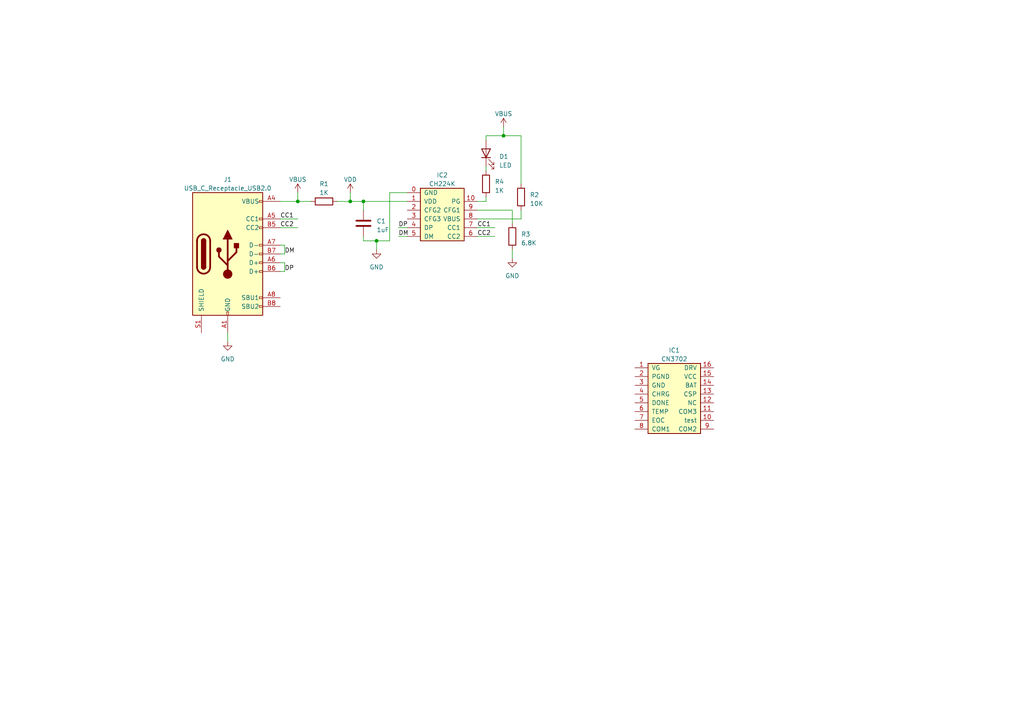
<source format=kicad_sch>
(kicad_sch (version 20230121) (generator eeschema)
  (paper "A4")
  (lib_symbols
    (symbol "Connector:USB_C_Receptacle_USB2.0" (pin_names (offset 1.016))
      (property "Reference" "J" (at -10.16 19.05 0))
      (property "Value" "USB_C_Receptacle_USB2.0" (at 19.05 19.05 0))
      (symbol "USB_C_Receptacle_USB2.0_0_0"
        (rectangle (start -0.254 -17.78) (end 0.254 -16.764))
        (rectangle (start 10.16 -14.986) (end 9.144 -15.494))
        (rectangle (start 10.16 -12.446) (end 9.144 -12.954))
        (rectangle (start 10.16 -4.826) (end 9.144 -5.334))
        (rectangle (start 10.16 -2.286) (end 9.144 -2.794))
        (rectangle (start 10.16 0.254) (end 9.144 -0.254))
        (rectangle (start 10.16 2.794) (end 9.144 2.286))
        (rectangle (start 10.16 7.874) (end 9.144 7.366))
        (rectangle (start 10.16 10.414) (end 9.144 9.906))
        (rectangle (start 10.16 15.494) (end 9.144 14.986))
      )
      (symbol "USB_C_Receptacle_USB2.0_0_1"
        (rectangle (start -10.16 17.78) (end 10.16 -17.78) (stroke (width 0.254)) (fill (type background)))
        (arc (start -8.89 -3.81) (mid -6.985 -5.7067) (end -5.08 -3.81) (stroke (width 0.508)))
        (arc (start -7.62 -3.81) (mid -6.985 -4.4423) (end -6.35 -3.81) (stroke (width 0.254)))
        (arc (start -7.62 -3.81) (mid -6.985 -4.4423) (end -6.35 -3.81) (stroke (width 0.254)) (fill (type outline)))
        (rectangle (start -7.62 -3.81) (end -6.35 3.81) (stroke (width 0.254)) (fill (type outline)))
        (arc (start -6.35 3.81) (mid -6.985 4.4423) (end -7.62 3.81) (stroke (width 0.254)))
        (arc (start -6.35 3.81) (mid -6.985 4.4423) (end -7.62 3.81) (stroke (width 0.254)) (fill (type outline)))
        (arc (start -5.08 3.81) (mid -6.985 5.7067) (end -8.89 3.81) (stroke (width 0.508)))
        (circle (center -2.54 1.143) (radius 0.635) (stroke (width 0.254)) (fill (type outline)))
        (circle (center 0 -5.842) (radius 1.27) (fill (type outline)))
        (polyline (pts (xy -8.89 -3.81) (xy -8.89 3.81)) (stroke (width 0.508)))
        (polyline (pts (xy -5.08 3.81) (xy -5.08 -3.81)) (stroke (width 0.508)))
        (polyline (pts (xy 0 -5.842) (xy 0 4.318)) (stroke (width 0.508)))
        (polyline (pts (xy 0 -3.302) (xy -2.54 -0.762) (xy -2.54 0.508)) (stroke (width 0.508)))
        (polyline (pts (xy 0 -2.032) (xy 2.54 0.508) (xy 2.54 1.778)) (stroke (width 0.508)))
        (polyline (pts (xy -1.27 4.318) (xy 0 6.858) (xy 1.27 4.318) (xy -1.27 4.318)) (stroke (width 0.254)) (fill (type outline)))
        (rectangle (start 1.905 1.778) (end 3.175 3.048) (stroke (width 0.254)) (fill (type outline)))
      )
      (symbol "USB_C_Receptacle_USB2.0_1_1"
        (pin passive line (at 0 -22.86 90) (length 5.08) (name "GND") (number "A1"))
        (pin passive line (at 0 -22.86 90) (length 5.08) hide (name "GND") (number "A12"))
        (pin passive line (at 15.24 15.24 180) (length 5.08) (name "VBUS") (number "A4"))
        (pin bidirectional line (at 15.24 10.16 180) (length 5.08) (name "CC1") (number "A5"))
        (pin bidirectional line (at 15.24 -2.54 180) (length 5.08) (name "D+") (number "A6"))
        (pin bidirectional line (at 15.24 2.54 180) (length 5.08) (name "D-") (number "A7"))
        (pin bidirectional line (at 15.24 -12.7 180) (length 5.08) (name "SBU1") (number "A8"))
        (pin passive line (at 15.24 15.24 180) (length 5.08) hide (name "VBUS") (number "A9"))
        (pin passive line (at 0 -22.86 90) (length 5.08) hide (name "GND") (number "B1"))
        (pin passive line (at 0 -22.86 90) (length 5.08) hide (name "GND") (number "B12"))
        (pin passive line (at 15.24 15.24 180) (length 5.08) hide (name "VBUS") (number "B4"))
        (pin bidirectional line (at 15.24 7.62 180) (length 5.08) (name "CC2") (number "B5"))
        (pin bidirectional line (at 15.24 -5.08 180) (length 5.08) (name "D+") (number "B6"))
        (pin bidirectional line (at 15.24 0 180) (length 5.08) (name "D-") (number "B7"))
        (pin bidirectional line (at 15.24 -15.24 180) (length 5.08) (name "SBU2") (number "B8"))
        (pin passive line (at 15.24 15.24 180) (length 5.08) hide (name "VBUS") (number "B9"))
        (pin passive line (at -7.62 -22.86 90) (length 5.08) (name "SHIELD") (number "S1"))
      )
    )
    (symbol "Connector_Generic:Conn_02x05_Counter_Clockwise" (pin_names (offset 1.016))
      (property "Reference" "IC2" (at 0 12.7 0))
      (property "Value" "CH224K" (at 0 10.16 0))
      (symbol "Conn_02x05_Counter_Clockwise_1_0"
        (pin passive line (at -10.16 7.62 0) (length 3.81) (name "GND") (number "0"))
      )
      (symbol "Conn_02x05_Counter_Clockwise_1_1"
        (rectangle (start -6.35 8.89) (end 6.35 -6.35) (stroke (width 0.254)) (fill (type background)))
        (pin passive line (at -10.16 5.08 0) (length 3.81) (name "VDD") (number "1"))
        (pin passive line (at 10.16 5.08 180) (length 3.81) (name "PG") (number "10"))
        (pin passive line (at -10.16 2.54 0) (length 3.81) (name "CFG2") (number "2"))
        (pin passive line (at -10.16 0 0) (length 3.81) (name "CFG3") (number "3"))
        (pin passive line (at -10.16 -2.54 0) (length 3.81) (name "DP") (number "4"))
        (pin passive line (at -10.16 -5.08 0) (length 3.81) (name "DM") (number "5"))
        (pin passive line (at 10.16 -5.08 180) (length 3.81) (name "CC2") (number "6"))
        (pin passive line (at 10.16 -2.54 180) (length 3.81) (name "CC1") (number "7"))
        (pin passive line (at 10.16 0 180) (length 3.81) (name "VBUS") (number "8"))
        (pin passive line (at 10.16 2.54 180) (length 3.81) (name "CFG1") (number "9"))
      )
    )
    (symbol "Connector_Generic:Conn_02x08_Counter_Clockwise" (pin_names (offset 1.016))
      (property "Reference" "IC1" (at 0 12.7 0))
      (property "Value" "CN3702" (at 0 10.16 0))
      (symbol "Conn_02x08_Counter_Clockwise_1_1"
        (rectangle (start -7.62 8.89) (end 7.62 -11.43) (stroke (width 0.254)) (fill (type background)))
        (pin passive line (at -11.43 7.62 0) (length 3.81) (name "VG") (number "1"))
        (pin passive line (at 11.43 -7.62 180) (length 3.81) (name "test") (number "10"))
        (pin passive line (at 11.43 -5.08 180) (length 3.81) (name "COM3") (number "11"))
        (pin passive line (at 11.43 -2.54 180) (length 3.81) (name "NC") (number "12"))
        (pin passive line (at 11.43 0 180) (length 3.81) (name "CSP") (number "13"))
        (pin passive line (at 11.43 2.54 180) (length 3.81) (name "BAT") (number "14"))
        (pin passive line (at 11.43 5.08 180) (length 3.81) (name "VCC") (number "15"))
        (pin passive line (at 11.43 7.62 180) (length 3.81) (name "DRV") (number "16"))
        (pin passive line (at -11.43 5.08 0) (length 3.81) (name "PGND") (number "2"))
        (pin passive line (at -11.43 2.54 0) (length 3.81) (name "GND") (number "3"))
        (pin passive line (at -11.43 0 0) (length 3.81) (name "CHRG") (number "4"))
        (pin passive line (at -11.43 -2.54 0) (length 3.81) (name "DONE") (number "5"))
        (pin passive line (at -11.43 -5.08 0) (length 3.81) (name "TEMP") (number "6"))
        (pin passive line (at -11.43 -7.62 0) (length 3.81) (name "EOC") (number "7"))
        (pin passive line (at -11.43 -10.16 0) (length 3.81) (name "COM1") (number "8"))
        (pin passive line (at 11.43 -10.16 180) (length 3.81) (name "COM2") (number "9"))
      )
    )
    (symbol "Device:C" (pin_numbers hide) (pin_names (offset 0.254))
      (property "Reference" "C" (at 0.635 2.54 0))
      (property "Value" "C" (at 0.635 -2.54 0))
      (symbol "C_0_1"
        (polyline (pts (xy -2.032 -0.762) (xy 2.032 -0.762)) (stroke (width 0.508)))
        (polyline (pts (xy -2.032 0.762) (xy 2.032 0.762)) (stroke (width 0.508)))
      )
      (symbol "C_1_1"
        (pin passive line (at 0 3.81 270) (length 2.794) (name "~") (number "1"))
        (pin passive line (at 0 -3.81 90) (length 2.794) (name "~") (number "2"))
      )
    )
    (symbol "Device:LED" (pin_numbers hide) (pin_names (offset 1.016) hide)
      (property "Reference" "D" (at 0 2.54 0))
      (property "Value" "LED" (at 0 -2.54 0))
      (symbol "LED_0_1"
        (polyline (pts (xy -1.27 -1.27) (xy -1.27 1.27)) (stroke (width 0.254)))
        (polyline (pts (xy -1.27 0) (xy 1.27 0)))
        (polyline (pts (xy 1.27 -1.27) (xy 1.27 1.27) (xy -1.27 0) (xy 1.27 -1.27)) (stroke (width 0.254)))
        (polyline (pts (xy -3.048 -0.762) (xy -4.572 -2.286) (xy -3.81 -2.286) (xy -4.572 -2.286) (xy -4.572 -1.524)))
        (polyline (pts (xy -1.778 -0.762) (xy -3.302 -2.286) (xy -2.54 -2.286) (xy -3.302 -2.286) (xy -3.302 -1.524)))
      )
      (symbol "LED_1_1"
        (pin passive line (at -3.81 0 0) (length 2.54) (name "K") (number "1"))
        (pin passive line (at 3.81 0 180) (length 2.54) (name "A") (number "2"))
      )
    )
    (symbol "Device:R" (pin_numbers hide) (pin_names (offset 0))
      (property "Reference" "R" (at 2.032 0 90))
      (property "Value" "R" (at 0 0 90))
      (symbol "R_0_1"
        (rectangle (start -1.016 -2.54) (end 1.016 2.54) (stroke (width 0.254)))
      )
      (symbol "R_1_1"
        (pin passive line (at 0 3.81 270) (length 1.27) (name "~") (number "1"))
        (pin passive line (at 0 -3.81 90) (length 1.27) (name "~") (number "2"))
      )
    )
    (symbol "power:GND" (power) (pin_names (offset 0))
      (property "Value" "GND" (at 0 -3.81 0))
      (symbol "GND_0_1"
        (polyline (pts (xy 0 0) (xy 0 -1.27) (xy 1.27 -1.27) (xy 0 -2.54) (xy -1.27 -1.27) (xy 0 -1.27)))
      )
      (symbol "GND_1_1"
        (pin power_in line (at 0 0 270) (length 0) hide (name "GND") (number "1"))
      )
    )
    (symbol "power:VBUS" (power) (pin_names (offset 0))
      (property "Value" "VBUS" (at 0 3.81 0))
      (symbol "VBUS_0_1"
        (polyline (pts (xy -0.762 1.27) (xy 0 2.54)))
        (polyline (pts (xy 0 0) (xy 0 2.54)))
        (polyline (pts (xy 0 2.54) (xy 0.762 1.27)))
      )
      (symbol "VBUS_1_1"
        (pin power_in line (at 0 0 90) (length 0) hide (name "VBUS") (number "1"))
      )
    )
    (symbol "power:VDD" (power) (pin_names (offset 0))
      (property "Value" "VDD" (at 0 3.81 0))
      (symbol "VDD_0_1"
        (polyline (pts (xy -0.762 1.27) (xy 0 2.54)))
        (polyline (pts (xy 0 0) (xy 0 2.54)))
        (polyline (pts (xy 0 2.54) (xy 0.762 1.27)))
      )
      (symbol "VDD_1_1"
        (pin power_in line (at 0 0 90) (length 0) hide (name "VDD") (number "1"))
      )
    )
  )
  (junction (at 101.6 58.42))
  (junction (at 109.22 69.85))
  (junction (at 86.36 58.42))
  (junction (at 146.05 39.37))
  (junction (at 105.41 58.42))
  (wire (pts (xy 146.05 39.37) (xy 151.13 39.37)))
  (wire (pts (xy 138.43 60.96) (xy 148.59 60.96)))
  (wire (pts (xy 101.6 58.42) (xy 101.6 55.88)))
  (wire (pts (xy 115.57 68.58) (xy 118.11 68.58)))
  (wire (pts (xy 81.28 76.2) (xy 82.55 76.2)))
  (wire (pts (xy 81.28 58.42) (xy 86.36 58.42)))
  (wire (pts (xy 81.28 71.12) (xy 82.55 71.12)))
  (wire (pts (xy 81.28 63.5) (xy 86.36 63.5)))
  (wire (pts (xy 151.13 63.5) (xy 138.43 63.5)))
  (wire (pts (xy 109.22 69.85) (xy 113.03 69.85)))
  (wire (pts (xy 105.41 58.42) (xy 101.6 58.42)))
  (wire (pts (xy 97.79 58.42) (xy 101.6 58.42)))
  (wire (pts (xy 81.28 78.74) (xy 82.55 78.74)))
  (wire (pts (xy 140.97 57.15) (xy 140.97 58.42)))
  (wire (pts (xy 146.05 39.37) (xy 140.97 39.37)))
  (wire (pts (xy 118.11 55.88) (xy 113.03 55.88)))
  (wire (pts (xy 82.55 71.12) (xy 82.55 73.66)))
  (wire (pts (xy 146.05 36.83) (xy 146.05 39.37)))
  (wire (pts (xy 105.41 68.58) (xy 105.41 69.85)))
  (wire (pts (xy 66.04 96.52) (xy 66.04 99.06)))
  (wire (pts (xy 81.28 73.66) (xy 82.55 73.66)))
  (wire (pts (xy 148.59 72.39) (xy 148.59 74.93)))
  (wire (pts (xy 140.97 39.37) (xy 140.97 40.64)))
  (wire (pts (xy 151.13 39.37) (xy 151.13 53.34)))
  (wire (pts (xy 113.03 55.88) (xy 113.03 69.85)))
  (wire (pts (xy 138.43 66.04) (xy 143.51 66.04)))
  (wire (pts (xy 138.43 68.58) (xy 143.51 68.58)))
  (wire (pts (xy 82.55 76.2) (xy 82.55 78.74)))
  (wire (pts (xy 81.28 66.04) (xy 86.36 66.04)))
  (wire (pts (xy 105.41 58.42) (xy 105.41 60.96)))
  (wire (pts (xy 109.22 69.85) (xy 109.22 72.39)))
  (wire (pts (xy 115.57 66.04) (xy 118.11 66.04)))
  (wire (pts (xy 86.36 55.88) (xy 86.36 58.42)))
  (wire (pts (xy 140.97 48.26) (xy 140.97 49.53)))
  (wire (pts (xy 86.36 58.42) (xy 90.17 58.42)))
  (wire (pts (xy 105.41 58.42) (xy 118.11 58.42)))
  (wire (pts (xy 148.59 60.96) (xy 148.59 64.77)))
  (wire (pts (xy 140.97 58.42) (xy 138.43 58.42)))
  (wire (pts (xy 151.13 60.96) (xy 151.13 63.5)))
  (wire (pts (xy 105.41 69.85) (xy 109.22 69.85)))
  (label "DM" (at 115.57 68.58 0))
  (label "DP" (at 115.57 66.04 0))
  (label "DP" (at 82.55 78.74 0))
  (label "CC1" (at 138.43 66.04 0))
  (label "CC2" (at 81.28 66.04 0))
  (label "CC1" (at 81.28 63.5 0))
  (label "DM" (at 82.55 73.66 0))
  (label "CC2" (at 138.43 68.58 0))
  (symbol (lib_id "power:GND") (at 66.04 99.06 0) (unit 1)
    (property "Reference" "#PWR01" (effects hide))
    (property "Value" "GND" (at 66.04 104.14 0))
  )
  (symbol (lib_id "Connector:USB_C_Receptacle_USB2.0") (at 66.04 73.66 0) (unit 1)
    (property "Reference" "J1" (at 66.04 52.07 0))
    (property "Value" "USB_C_Receptacle_USB2.0" (at 66.04 54.61 0))
    (property "Datasheet" "https://www.usb.org/sites/default/files/documents/usb_type-c.zip" (effects hide))
  )
  (symbol (lib_id "Device:C") (at 105.41 64.77 0) (unit 1)
    (property "Reference" "C1" (at 109.22 64.135 0) (effects (justify left)))
    (property "Value" "1uF" (at 109.22 66.675 0) (effects (justify left)))
  )
  (symbol (lib_id "power:VBUS") (at 86.36 55.88 0) (unit 1)
    (property "Reference" "#PWR02" (effects hide))
    (property "Value" "VBUS" (at 86.36 52.07 0))
  )
  (symbol (lib_id "Device:R") (at 140.97 53.34 0) (unit 1)
    (property "Reference" "R4" (at 143.51 52.705 0) (effects (justify left)))
    (property "Value" "1K" (at 143.51 55.245 0) (effects (justify left)))
  )
  (symbol (lib_id "Device:LED") (at 140.97 44.45 90) (unit 1)
    (property "Reference" "D1" (at 144.78 45.4025 90) (effects (justify right)))
    (property "Value" "LED" (at 144.78 47.9425 90) (effects (justify right)))
  )
  (symbol (lib_id "Device:R") (at 93.98 58.42 90) (unit 1)
    (property "Reference" "R1" (at 93.98 53.34 90))
    (property "Value" "1K" (at 93.98 55.88 90))
  )
  (symbol (lib_id "power:GND") (at 109.22 72.39 0) (unit 1)
    (property "Reference" "#PWR05" (effects hide))
    (property "Value" "GND" (at 109.22 77.47 0))
  )
  (symbol (lib_id "power:VBUS") (at 146.05 36.83 0) (unit 1)
    (property "Reference" "#PWR04" (effects hide))
    (property "Value" "VBUS" (at 146.05 33.02 0))
  )
  (symbol (lib_id "Connector_Generic:Conn_02x05_Counter_Clockwise") (at 128.27 63.5 0) (unit 1)
    (property "Reference" "IC2" (at 128.27 50.8 0))
    (property "Value" "CH224K" (at 128.27 53.34 0))
    (property "Datasheet" ".\\Datasheets\\CH224DS1.pdf" (effects hide))
  )
  (symbol (lib_id "Device:R") (at 151.13 57.15 180) (unit 1)
    (property "Reference" "R2" (at 153.67 56.515 0) (effects (justify right)))
    (property "Value" "10K" (at 153.67 59.055 0) (effects (justify right)))
  )
  (symbol (lib_id "power:GND") (at 148.59 74.93 0) (unit 1)
    (property "Reference" "#PWR06" (effects hide))
    (property "Value" "GND" (at 148.59 80.01 0))
  )
  (symbol (lib_id "Connector_Generic:Conn_02x08_Counter_Clockwise") (at 195.58 114.3 0) (unit 1)
    (property "Reference" "IC1" (at 195.58 101.6 0))
    (property "Value" "CN3702" (at 195.58 104.14 0))
    (property "Datasheet" "./Datasheets/CN3702.pdf" (effects hide))
  )
  (symbol (lib_id "power:VDD") (at 101.6 55.88 0) (unit 1)
    (property "Reference" "#PWR03" (effects hide))
    (property "Value" "VDD" (at 101.6 52.07 0))
  )
  (symbol (lib_id "Device:R") (at 148.59 68.58 180) (unit 1)
    (property "Reference" "R3" (at 151.13 67.945 0) (effects (justify right)))
    (property "Value" "6.8K" (at 151.13 70.485 0) (effects (justify right)))
  )
)
</source>
